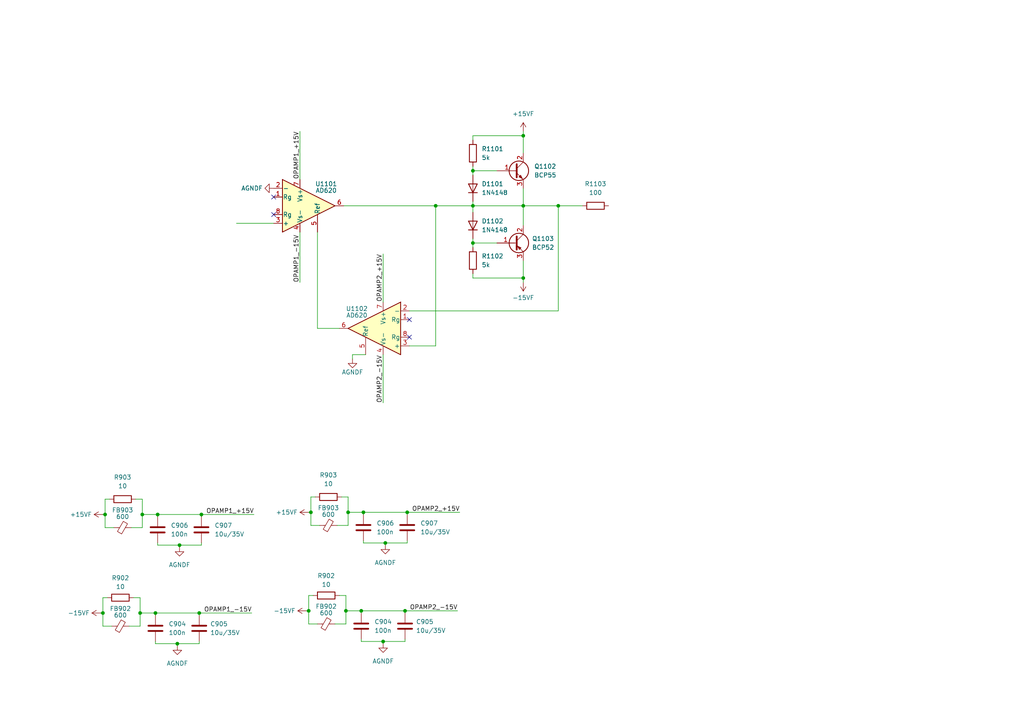
<source format=kicad_sch>
(kicad_sch (version 20230121) (generator eeschema)
  (paper "A4")
  (lib_symbols
    (symbol "Amplifier_Instrumentation:AD620" (pin_names (offset 0.127))
      (property "Reference" "U" (at 3.81 7.62 0))
      (property "Value" "AD620" (at 5.08 5.08 0))
      (symbol "AD620_0_1"
        (polyline (pts (xy -7.62 7.62) (xy -7.62 -7.62) (xy 7.62 0) (xy -7.62 7.62)) (stroke (width 0.254)) (fill (type background)))
      )
      (symbol "AD620_1_1"
        (pin passive line (at -10.16 2.54 0) (length 2.54) (name "Rg") (number "1"))
        (pin input line (at -10.16 5.08 0) (length 2.54) (name "-") (number "2"))
        (pin input line (at -10.16 -5.08 0) (length 2.54) (name "+") (number "3"))
        (pin power_in line (at -2.54 -7.62 90) (length 2.54) (name "Vs-") (number "4"))
        (pin passive line (at 2.54 -7.62 90) (length 5.08) (name "Ref") (number "5"))
        (pin output line (at 10.16 0 180) (length 2.54) (name "~") (number "6"))
        (pin power_in line (at -2.54 7.62 270) (length 2.54) (name "Vs+") (number "7"))
        (pin passive line (at -10.16 -2.54 0) (length 2.54) (name "Rg") (number "8"))
      )
    )
    (symbol "Device:C" (pin_numbers hide) (pin_names (offset 0.254))
      (property "Reference" "C" (at 0.635 2.54 0))
      (property "Value" "C" (at 0.635 -2.54 0))
      (symbol "C_0_1"
        (polyline (pts (xy -2.032 -0.762) (xy 2.032 -0.762)) (stroke (width 0.508)))
        (polyline (pts (xy -2.032 0.762) (xy 2.032 0.762)) (stroke (width 0.508)))
      )
      (symbol "C_1_1"
        (pin passive line (at 0 3.81 270) (length 2.794) (name "~") (number "1"))
        (pin passive line (at 0 -3.81 90) (length 2.794) (name "~") (number "2"))
      )
    )
    (symbol "Device:FerriteBead_Small" (pin_numbers hide) (pin_names (offset 0))
      (property "Reference" "FB" (at 1.905 1.27 0))
      (property "Value" "FerriteBead_Small" (at 1.905 -1.27 0))
      (symbol "FerriteBead_Small_0_1"
        (polyline (pts (xy 0 -1.27) (xy 0 -0.7874)))
        (polyline (pts (xy 0 0.889) (xy 0 1.2954)))
        (polyline (pts (xy -1.8288 0.2794) (xy -1.1176 1.4986) (xy 1.8288 -0.2032) (xy 1.1176 -1.4224) (xy -1.8288 0.2794)))
      )
      (symbol "FerriteBead_Small_1_1"
        (pin passive line (at 0 2.54 270) (length 1.27) (name "~") (number "1"))
        (pin passive line (at 0 -2.54 90) (length 1.27) (name "~") (number "2"))
      )
    )
    (symbol "Device:R" (pin_numbers hide) (pin_names (offset 0))
      (property "Reference" "R" (at 2.032 0 90))
      (property "Value" "R" (at 0 0 90))
      (symbol "R_0_1"
        (rectangle (start -1.016 -2.54) (end 1.016 2.54) (stroke (width 0.254)))
      )
      (symbol "R_1_1"
        (pin passive line (at 0 3.81 270) (length 1.27) (name "~") (number "1"))
        (pin passive line (at 0 -3.81 90) (length 1.27) (name "~") (number "2"))
      )
    )
    (symbol "Diode:1N4148" (pin_numbers hide) (pin_names hide)
      (property "Reference" "D" (at 0 2.54 0))
      (property "Value" "1N4148" (at 0 -2.54 0))
      (symbol "1N4148_0_1"
        (polyline (pts (xy -1.27 1.27) (xy -1.27 -1.27)) (stroke (width 0.254)))
        (polyline (pts (xy 1.27 0) (xy -1.27 0)))
        (polyline (pts (xy 1.27 1.27) (xy 1.27 -1.27) (xy -1.27 0) (xy 1.27 1.27)) (stroke (width 0.254)))
      )
      (symbol "1N4148_1_1"
        (pin passive line (at -3.81 0 0) (length 2.54) (name "K") (number "1"))
        (pin passive line (at 3.81 0 180) (length 2.54) (name "A") (number "2"))
      )
    )
    (symbol "ETH1CREF1A:+15VF" (power) (pin_names (offset 0))
      (property "Value" "+15VF" (at 0 3.556 0))
      (symbol "+15VF_0_1"
        (polyline (pts (xy -0.762 1.27) (xy 0 2.54)))
        (polyline (pts (xy 0 0) (xy 0 2.54)))
        (polyline (pts (xy 0 2.54) (xy 0.762 1.27)))
      )
      (symbol "+15VF_1_1"
        (pin power_in line (at 0 0 90) (length 0) hide (name "+15VF") (number "1"))
      )
    )
    (symbol "ETH1CREF1A:-15VF" (power) (pin_names (offset 0))
      (property "Value" "-15VF" (at 0 3.556 0))
      (symbol "-15VF_0_1"
        (polyline (pts (xy -0.762 1.27) (xy 0 2.54)))
        (polyline (pts (xy 0 0) (xy 0 2.54)))
        (polyline (pts (xy 0 2.54) (xy 0.762 1.27)))
      )
      (symbol "-15VF_1_1"
        (pin power_in line (at 0 0 90) (length 0) hide (name "-15VF") (number "1"))
      )
    )
    (symbol "ETH1CREF1A:AGNDF" (power) (pin_names (offset 0))
      (property "Value" "AGNDF" (at 0 -3.81 0))
      (symbol "AGNDF_0_1"
        (polyline (pts (xy 0 0) (xy 0 -1.27) (xy 1.27 -1.27) (xy 0 -2.54) (xy -1.27 -1.27) (xy 0 -1.27)))
      )
      (symbol "AGNDF_1_1"
        (pin power_in line (at 0 0 270) (length 0) hide (name "AGNDF") (number "1"))
      )
    )
    (symbol "Transistor_BJT:BCP51" (pin_names (offset 0) hide)
      (property "Reference" "Q" (at 5.08 1.905 0))
      (property "Value" "BCP51" (at 5.08 0 0))
      (symbol "BCP51_0_1"
        (polyline (pts (xy 0 0) (xy 0.635 0)))
        (polyline (pts (xy 2.54 -2.54) (xy 0.635 -0.635)))
        (polyline (pts (xy 2.54 2.54) (xy 0.635 0.635)))
        (polyline (pts (xy 0.635 1.905) (xy 0.635 -1.905) (xy 0.635 -1.905)) (stroke (width 0.508)) (fill (type outline)))
        (polyline (pts (xy 1.397 -1.905) (xy 1.905 -1.397) (xy 0.889 -0.889) (xy 1.397 -1.905) (xy 1.397 -1.905)) (fill (type outline)))
        (circle (center 1.27 0) (radius 2.8194) (stroke (width 0.254)))
      )
      (symbol "BCP51_1_1"
        (pin input line (at -5.08 0 0) (length 5.08) (name "B") (number "1"))
        (pin passive line (at 2.54 5.08 270) (length 2.54) (name "C") (number "2"))
        (pin passive line (at 2.54 -5.08 90) (length 2.54) (name "E") (number "3"))
      )
    )
    (symbol "Transistor_BJT:BCP56" (pin_names (offset 0) hide)
      (property "Reference" "Q" (at 5.08 1.905 0))
      (property "Value" "BCP56" (at 5.08 0 0))
      (symbol "BCP56_0_1"
        (polyline (pts (xy 0.635 0.635) (xy 2.54 2.54)))
        (polyline (pts (xy 0.635 -0.635) (xy 2.54 -2.54) (xy 2.54 -2.54)))
        (polyline (pts (xy 0.635 1.905) (xy 0.635 -1.905) (xy 0.635 -1.905)) (stroke (width 0.508)))
        (polyline (pts (xy 1.27 -1.778) (xy 1.778 -1.27) (xy 2.286 -2.286) (xy 1.27 -1.778) (xy 1.27 -1.778)) (fill (type outline)))
        (circle (center 1.27 0) (radius 2.8194) (stroke (width 0.254)))
      )
      (symbol "BCP56_1_1"
        (pin input line (at -5.08 0 0) (length 5.715) (name "B") (number "1"))
        (pin passive line (at 2.54 5.08 270) (length 2.54) (name "C") (number "2"))
        (pin passive line (at 2.54 -5.08 90) (length 2.54) (name "E") (number "3"))
        (pin passive line (at 2.54 5.08 270) (length 2.54) hide (name "C") (number "4"))
      )
    )
  )
  (junction (at 126.365 59.69))
  (junction (at 118.11 148.59))
  (junction (at 105.41 148.59))
  (junction (at 41.275 149.225))
  (junction (at 57.785 177.8))
  (junction (at 45.085 177.8))
  (junction (at 90.17 148.59))
  (junction (at 89.535 177.165))
  (junction (at 29.845 177.8))
  (junction (at 137.16 59.69))
  (junction (at 45.72 149.225))
  (junction (at 111.76 157.48))
  (junction (at 137.16 49.53))
  (junction (at 151.765 39.37))
  (junction (at 161.925 59.69))
  (junction (at 151.765 59.69))
  (junction (at 58.42 149.225))
  (junction (at 100.33 177.165))
  (junction (at 51.435 186.69))
  (junction (at 30.48 149.225))
  (junction (at 52.07 158.115))
  (junction (at 104.775 177.165))
  (junction (at 111.125 186.055))
  (junction (at 40.64 177.8))
  (junction (at 137.16 70.485))
  (junction (at 117.475 177.165))
  (junction (at 151.765 80.645))
  (junction (at 100.965 148.59))
  (no_connect (at 79.375 62.23))
  (no_connect (at 79.375 57.15))
  (no_connect (at 118.745 92.71))
  (no_connect (at 118.745 97.79))
  (wire (pts (xy 41.275 149.225) (xy 45.72 149.225)))
  (wire (pts (xy 90.17 148.59) (xy 90.17 152.4)))
  (wire (pts (xy 111.125 73.66) (xy 111.125 87.63)))
  (wire (pts (xy 68.58 64.77) (xy 79.375 64.77)))
  (wire (pts (xy 111.125 186.055) (xy 117.475 186.055)))
  (wire (pts (xy 29.845 181.61) (xy 32.385 181.61)))
  (wire (pts (xy 45.72 158.115) (xy 52.07 158.115)))
  (wire (pts (xy 151.765 38.1) (xy 151.765 39.37)))
  (wire (pts (xy 29.21 177.8) (xy 29.845 177.8)))
  (wire (pts (xy 151.765 59.69) (xy 161.925 59.69)))
  (wire (pts (xy 117.475 177.165) (xy 117.475 177.8)))
  (wire (pts (xy 151.765 59.69) (xy 151.765 54.61)))
  (wire (pts (xy 40.64 177.8) (xy 40.64 173.355)))
  (wire (pts (xy 91.44 144.145) (xy 90.17 144.145)))
  (wire (pts (xy 102.235 104.14) (xy 102.235 102.87)))
  (wire (pts (xy 45.72 149.225) (xy 45.72 149.86)))
  (wire (pts (xy 137.16 49.53) (xy 137.16 50.8)))
  (wire (pts (xy 105.41 148.59) (xy 105.41 149.225)))
  (wire (pts (xy 40.64 173.355) (xy 38.735 173.355)))
  (wire (pts (xy 57.785 177.8) (xy 57.785 178.435)))
  (wire (pts (xy 104.775 186.055) (xy 111.125 186.055)))
  (wire (pts (xy 105.41 148.59) (xy 118.11 148.59)))
  (wire (pts (xy 126.365 59.69) (xy 137.16 59.69)))
  (wire (pts (xy 41.275 153.035) (xy 41.275 149.225)))
  (wire (pts (xy 41.275 144.78) (xy 39.37 144.78)))
  (wire (pts (xy 89.535 172.72) (xy 89.535 177.165)))
  (wire (pts (xy 90.17 144.145) (xy 90.17 148.59)))
  (wire (pts (xy 118.745 100.33) (xy 126.365 100.33)))
  (wire (pts (xy 41.275 149.225) (xy 41.275 144.78)))
  (wire (pts (xy 137.16 39.37) (xy 151.765 39.37)))
  (wire (pts (xy 30.48 144.78) (xy 30.48 149.225)))
  (wire (pts (xy 100.33 180.975) (xy 100.33 177.165)))
  (wire (pts (xy 45.085 177.8) (xy 45.085 178.435)))
  (wire (pts (xy 118.11 157.48) (xy 118.11 156.845)))
  (wire (pts (xy 137.16 59.69) (xy 151.765 59.69)))
  (wire (pts (xy 137.16 58.42) (xy 137.16 59.69)))
  (wire (pts (xy 37.465 181.61) (xy 40.64 181.61)))
  (wire (pts (xy 58.42 149.225) (xy 73.66 149.225)))
  (wire (pts (xy 100.965 144.145) (xy 99.06 144.145)))
  (wire (pts (xy 57.785 177.8) (xy 73.025 177.8)))
  (wire (pts (xy 89.535 177.165) (xy 89.535 180.975)))
  (wire (pts (xy 137.16 48.26) (xy 137.16 49.53)))
  (wire (pts (xy 151.765 59.69) (xy 151.765 65.405)))
  (wire (pts (xy 137.16 70.485) (xy 144.145 70.485)))
  (wire (pts (xy 100.33 177.165) (xy 104.775 177.165)))
  (wire (pts (xy 92.075 67.31) (xy 92.075 95.25)))
  (wire (pts (xy 40.64 181.61) (xy 40.64 177.8)))
  (wire (pts (xy 45.085 177.8) (xy 57.785 177.8)))
  (wire (pts (xy 137.16 79.375) (xy 137.16 80.645)))
  (wire (pts (xy 38.1 153.035) (xy 41.275 153.035)))
  (wire (pts (xy 137.16 49.53) (xy 144.145 49.53)))
  (wire (pts (xy 137.16 59.69) (xy 137.16 61.595)))
  (wire (pts (xy 117.475 177.165) (xy 132.715 177.165)))
  (wire (pts (xy 29.845 173.355) (xy 29.845 177.8)))
  (wire (pts (xy 126.365 59.69) (xy 126.365 100.33)))
  (wire (pts (xy 151.765 80.645) (xy 151.765 81.915)))
  (wire (pts (xy 98.425 95.25) (xy 92.075 95.25)))
  (wire (pts (xy 29.845 149.225) (xy 30.48 149.225)))
  (wire (pts (xy 126.365 59.69) (xy 99.695 59.69)))
  (wire (pts (xy 29.845 177.8) (xy 29.845 181.61)))
  (wire (pts (xy 137.16 69.215) (xy 137.16 70.485)))
  (wire (pts (xy 100.33 177.165) (xy 100.33 172.72)))
  (wire (pts (xy 137.16 40.64) (xy 137.16 39.37)))
  (wire (pts (xy 40.64 177.8) (xy 45.085 177.8)))
  (wire (pts (xy 100.965 148.59) (xy 105.41 148.59)))
  (wire (pts (xy 90.17 152.4) (xy 92.71 152.4)))
  (wire (pts (xy 111.76 157.48) (xy 111.76 158.115)))
  (wire (pts (xy 57.785 186.69) (xy 57.785 186.055)))
  (wire (pts (xy 100.33 172.72) (xy 98.425 172.72)))
  (wire (pts (xy 52.07 158.115) (xy 58.42 158.115)))
  (wire (pts (xy 102.235 102.87) (xy 106.045 102.87)))
  (wire (pts (xy 151.765 75.565) (xy 151.765 80.645)))
  (wire (pts (xy 89.535 148.59) (xy 90.17 148.59)))
  (wire (pts (xy 97.79 152.4) (xy 100.965 152.4)))
  (wire (pts (xy 118.11 148.59) (xy 133.35 148.59)))
  (wire (pts (xy 117.475 186.055) (xy 117.475 185.42)))
  (wire (pts (xy 45.72 149.225) (xy 58.42 149.225)))
  (wire (pts (xy 45.085 186.69) (xy 51.435 186.69)))
  (wire (pts (xy 86.995 67.31) (xy 86.995 81.915)))
  (wire (pts (xy 100.965 148.59) (xy 100.965 144.145)))
  (wire (pts (xy 161.925 90.17) (xy 161.925 59.69)))
  (wire (pts (xy 45.72 157.48) (xy 45.72 158.115)))
  (wire (pts (xy 51.435 186.69) (xy 51.435 187.325)))
  (wire (pts (xy 86.995 38.1) (xy 86.995 52.07)))
  (wire (pts (xy 111.125 186.055) (xy 111.125 186.69)))
  (wire (pts (xy 151.765 39.37) (xy 151.765 44.45)))
  (wire (pts (xy 90.805 172.72) (xy 89.535 172.72)))
  (wire (pts (xy 97.155 180.975) (xy 100.33 180.975)))
  (wire (pts (xy 88.9 177.165) (xy 89.535 177.165)))
  (wire (pts (xy 31.115 173.355) (xy 29.845 173.355)))
  (wire (pts (xy 100.965 152.4) (xy 100.965 148.59)))
  (wire (pts (xy 51.435 186.69) (xy 57.785 186.69)))
  (wire (pts (xy 31.75 144.78) (xy 30.48 144.78)))
  (wire (pts (xy 104.775 177.165) (xy 104.775 177.8)))
  (wire (pts (xy 30.48 149.225) (xy 30.48 153.035)))
  (wire (pts (xy 105.41 156.845) (xy 105.41 157.48)))
  (wire (pts (xy 111.125 102.87) (xy 111.125 116.84)))
  (wire (pts (xy 118.745 90.17) (xy 161.925 90.17)))
  (wire (pts (xy 58.42 149.225) (xy 58.42 149.86)))
  (wire (pts (xy 30.48 153.035) (xy 33.02 153.035)))
  (wire (pts (xy 104.775 185.42) (xy 104.775 186.055)))
  (wire (pts (xy 58.42 158.115) (xy 58.42 157.48)))
  (wire (pts (xy 161.925 59.69) (xy 168.91 59.69)))
  (wire (pts (xy 45.085 186.055) (xy 45.085 186.69)))
  (wire (pts (xy 105.41 157.48) (xy 111.76 157.48)))
  (wire (pts (xy 137.16 80.645) (xy 151.765 80.645)))
  (wire (pts (xy 89.535 180.975) (xy 92.075 180.975)))
  (wire (pts (xy 118.11 148.59) (xy 118.11 149.225)))
  (wire (pts (xy 111.76 157.48) (xy 118.11 157.48)))
  (wire (pts (xy 52.07 158.115) (xy 52.07 158.75)))
  (wire (pts (xy 137.16 70.485) (xy 137.16 71.755)))
  (wire (pts (xy 104.775 177.165) (xy 117.475 177.165)))
  (label "OPAMP1_-15V" (at 86.995 81.915 90))
  (label "OPAMP2_-15V" (at 111.125 116.84 90))
  (label "OPAMP2_-15V" (at 132.715 177.165 180))
  (label "OPAMP2_+15V" (at 133.35 148.59 180))
  (label "OPAMP1_+15V" (at 73.66 149.225 180))
  (label "OPAMP2_+15V" (at 111.125 73.66 270))
  (label "OPAMP1_-15V" (at 73.025 177.8 180))
  (label "OPAMP1_+15V" (at 86.995 38.1 270))
  (symbol (lib_id "Diode:1N4148") (at 137.16 65.405 90) (unit 1)
    (property "Reference" "D1102" (at 139.7 64.135 90) (effects (justify right)))
    (property "Value" "1N4148" (at 139.7 66.675 90) (effects (justify right)))
    (property "Footprint" "Diode_THT:D_DO-35_SOD27_P7.62mm_Horizontal" (effects hide))
    (property "Datasheet" "https://assets.nexperia.com/documents/data-sheet/1N4148_1N4448.pdf" (effects hide))
    (property "Sim.Device" "D" (effects hide))
    (property "Sim.Pins" "1=K 2=A" (effects hide))
  )
  (symbol (lib_id "ETH1CREF1A:AGNDF") (at 111.76 158.115 0) (unit 1)
    (property "Reference" "#PWR0912" (effects hide))
    (property "Value" "AGNDF" (at 111.76 163.195 0))
    (instances (project "ETH1CREF1A" (path "" (reference "#PWR0912") (unit 1)) (path "" (reference "#PWR01112") (unit 1))))
  )
  (symbol (lib_id "Device:C") (at 45.72 153.67 0) (unit 1)
    (property "Reference" "C906" (at 49.53 152.4 0) (effects (justify left)))
    (property "Value" "100n" (at 49.53 154.94 0) (effects (justify left)))
    (instances (project "ETH1CREF1A" (path "" (reference "C906") (unit 1)) (path "" (reference "C1102") (unit 1))))
  )
  (symbol (lib_id "Transistor_BJT:BCP56") (at 149.225 49.53 0) (unit 1)
    (property "Reference" "Q1102" (at 154.94 48.26 0) (effects (justify left)))
    (property "Value" "BCP55" (at 154.94 50.8 0) (effects (justify left)))
    (property "Footprint" "Package_TO_SOT_SMD:SOT-223-3_TabPin2" (effects hide))
    (property "Datasheet" "http://cache.nxp.com/documents/data_sheet/BCP56_BCX56_BC56PA.pdf?pspll=1" (effects hide))
  )
  (symbol (lib_id "ETH1CREF1A:AGNDF") (at 52.07 158.75 0) (unit 1)
    (property "Reference" "#PWR0912" (effects hide))
    (property "Value" "AGNDF" (at 52.07 163.83 0))
    (instances (project "ETH1CREF1A" (path "" (reference "#PWR0912") (unit 1)) (path "" (reference "#PWR01108") (unit 1))))
  )
  (symbol (lib_id "Device:C") (at 45.085 182.245 0) (unit 1)
    (property "Reference" "C904" (at 48.895 180.975 0) (effects (justify left)))
    (property "Value" "100n" (at 48.895 183.515 0) (effects (justify left)))
    (instances (project "ETH1CREF1A" (path "" (reference "C904") (unit 1)) (path "" (reference "C1101") (unit 1))))
  )
  (symbol (lib_id "Device:R") (at 172.72 59.69 90) (unit 1)
    (property "Reference" "R1103" (at 172.72 53.34 90))
    (property "Value" "100" (at 172.72 55.88 90))
  )
  (symbol (lib_id "Device:FerriteBead_Small") (at 95.25 152.4 90) (unit 1)
    (property "Reference" "FB903" (at 95.25 147.32 90))
    (property "Value" "600" (at 95.25 149.225 90))
    (instances (project "ETH1CREF1A" (path "" (reference "FB903") (unit 1)) (path "" (reference "FB1104") (unit 1))))
  )
  (symbol (lib_id "Device:FerriteBead_Small") (at 34.925 181.61 90) (unit 1)
    (property "Reference" "FB902" (at 34.925 176.53 90))
    (property "Value" "600" (at 34.925 178.435 90))
    (instances (project "ETH1CREF1A" (path "" (reference "FB902") (unit 1)) (path "" (reference "FB1101") (unit 1))))
  )
  (symbol (lib_id "Device:R") (at 137.16 44.45 0) (unit 1)
    (property "Reference" "R1101" (at 139.7 43.18 0) (effects (justify left)))
    (property "Value" "5k" (at 139.7 45.72 0) (effects (justify left)))
  )
  (symbol (lib_id "ETH1CREF1A:+15VF") (at 89.535 148.59 90) (unit 1)
    (property "Reference" "#PWR0911" (effects hide))
    (property "Value" "+15VF" (at 86.36 148.59 90) (effects (justify left)))
    (instances (project "ETH1CREF1A" (path "" (reference "#PWR0911") (unit 1)) (path "" (reference "#PWR01110") (unit 1))))
  )
  (symbol (lib_id "Device:FerriteBead_Small") (at 35.56 153.035 90) (unit 1)
    (property "Reference" "FB903" (at 35.56 147.955 90))
    (property "Value" "600" (at 35.56 149.86 90))
    (instances (project "ETH1CREF1A" (path "" (reference "FB903") (unit 1)) (path "" (reference "FB1102") (unit 1))))
  )
  (symbol (lib_id "ETH1CREF1A:+15VF") (at 29.845 149.225 90) (unit 1)
    (property "Reference" "#PWR0911" (effects hide))
    (property "Value" "+15VF" (at 26.67 149.225 90) (effects (justify left)))
    (instances (project "ETH1CREF1A" (path "" (reference "#PWR0911") (unit 1)) (path "" (reference "#PWR01106") (unit 1))))
  )
  (symbol (lib_id "ETH1CREF1A:+15VF") (at 151.765 38.1 0) (unit 1)
    (property "Reference" "#PWR01104" (effects hide))
    (property "Value" "+15VF" (at 151.765 33.02 0))
  )
  (symbol (lib_id "Transistor_BJT:BCP51") (at 149.225 70.485 0) (unit 1)
    (property "Reference" "Q1103" (at 154.305 69.215 0) (effects (justify left)))
    (property "Value" "BCP52" (at 154.305 71.755 0) (effects (justify left)))
    (property "Footprint" "Package_TO_SOT_SMD:SOT-223-3_TabPin2" (effects hide))
    (property "Datasheet" "https://www.onsemi.com/pub/Collateral/BCP51-D.pdf" (effects hide))
  )
  (symbol (lib_id "Device:FerriteBead_Small") (at 94.615 180.975 90) (unit 1)
    (property "Reference" "FB902" (at 94.615 175.895 90))
    (property "Value" "600" (at 94.615 177.8 90))
    (instances (project "ETH1CREF1A" (path "" (reference "FB902") (unit 1)) (path "" (reference "FB1103") (unit 1))))
  )
  (symbol (lib_id "ETH1CREF1A:AGNDF") (at 51.435 187.325 0) (unit 1)
    (property "Reference" "#PWR0909" (effects hide))
    (property "Value" "AGNDF" (at 51.435 192.405 0))
    (instances (project "ETH1CREF1A" (path "" (reference "#PWR0909") (unit 1)) (path "" (reference "#PWR01107") (unit 1))))
  )
  (symbol (lib_id "Device:C") (at 58.42 153.67 0) (unit 1)
    (property "Reference" "C907" (at 62.23 152.4 0) (effects (justify left)))
    (property "Value" "10u/35V" (at 62.23 154.94 0) (effects (justify left)))
    (instances (project "ETH1CREF1A" (path "" (reference "C907") (unit 1)) (path "" (reference "C1104") (unit 1))))
  )
  (symbol (lib_id "Device:R") (at 95.25 144.145 90) (unit 1)
    (property "Reference" "R903" (at 95.25 137.795 90))
    (property "Value" "10" (at 95.25 140.335 90))
    (instances (project "ETH1CREF1A" (path "" (reference "R903") (unit 1)) (path "" (reference "R1107") (unit 1))))
  )
  (symbol (lib_id "Device:R") (at 34.925 173.355 90) (unit 1)
    (property "Reference" "R902" (at 34.925 167.64 90))
    (property "Value" "10" (at 34.925 170.18 90))
    (instances (project "ETH1CREF1A" (path "" (reference "R902") (unit 1)) (path "" (reference "R1104") (unit 1))))
  )
  (symbol (lib_id "Device:R") (at 137.16 75.565 0) (unit 1)
    (property "Reference" "R1102" (at 139.7 74.295 0) (effects (justify left)))
    (property "Value" "5k" (at 139.7 76.835 0) (effects (justify left)))
  )
  (symbol (lib_id "ETH1CREF1A:AGNDF") (at 79.375 54.61 270) (unit 1)
    (property "Reference" "#PWR01101" (effects hide))
    (property "Value" "AGNDF" (at 76.2 54.61 90) (effects (justify right)))
  )
  (symbol (lib_id "Diode:1N4148") (at 137.16 54.61 90) (unit 1)
    (property "Reference" "D1101" (at 139.7 53.34 90) (effects (justify right)))
    (property "Value" "1N4148" (at 139.7 55.88 90) (effects (justify right)))
    (property "Footprint" "Diode_THT:D_DO-35_SOD27_P7.62mm_Horizontal" (effects hide))
    (property "Datasheet" "https://assets.nexperia.com/documents/data-sheet/1N4148_1N4448.pdf" (effects hide))
    (property "Sim.Device" "D" (effects hide))
    (property "Sim.Pins" "1=K 2=A" (effects hide))
  )
  (symbol (lib_id "Device:C") (at 118.11 153.035 0) (unit 1)
    (property "Reference" "C907" (at 121.92 151.765 0) (effects (justify left)))
    (property "Value" "10u/35V" (at 121.92 154.305 0) (effects (justify left)))
    (instances (project "ETH1CREF1A" (path "" (reference "C907") (unit 1)) (path "" (reference "C1108") (unit 1))))
  )
  (symbol (lib_id "ETH1CREF1A:AGNDF") (at 111.125 186.69 0) (unit 1)
    (property "Reference" "#PWR0909" (effects hide))
    (property "Value" "AGNDF" (at 111.125 191.77 0))
    (instances (project "ETH1CREF1A" (path "" (reference "#PWR0909") (unit 1)) (path "" (reference "#PWR01111") (unit 1))))
  )
  (symbol (lib_id "Device:C") (at 104.775 181.61 0) (unit 1)
    (property "Reference" "C904" (at 108.585 180.34 0) (effects (justify left)))
    (property "Value" "100n" (at 108.585 182.88 0) (effects (justify left)))
    (instances (project "ETH1CREF1A" (path "" (reference "C904") (unit 1)) (path "" (reference "C1105") (unit 1))))
  )
  (symbol (lib_id "Amplifier_Instrumentation:AD620") (at 89.535 59.69 0) (unit 1)
    (property "Reference" "U1101" (at 94.615 53.34 0))
    (property "Value" "AD620" (at 94.615 55.245 0))
    (property "Datasheet" "https://www.analog.com/media/en/technical-documentation/data-sheets/AD620.pdf" (effects hide))
  )
  (symbol (lib_id "ETH1CREF1A:-15VF") (at 88.9 177.165 90) (unit 1)
    (property "Reference" "#PWR0910" (effects hide))
    (property "Value" "-15VF" (at 85.725 177.165 90) (effects (justify left)))
    (instances (project "ETH1CREF1A" (path "" (reference "#PWR0910") (unit 1)) (path "" (reference "#PWR01109") (unit 1))))
  )
  (symbol (lib_id "ETH1CREF1A:-15VF") (at 151.765 81.915 180) (unit 1)
    (property "Reference" "#PWR01103" (effects hide))
    (property "Value" "-15VF" (at 151.765 86.36 0))
  )
  (symbol (lib_id "Amplifier_Instrumentation:AD620") (at 108.585 95.25 0) (mirror y) (unit 1)
    (property "Reference" "U1102" (at 103.505 89.535 0))
    (property "Value" "AD620" (at 103.505 91.44 0))
    (property "Datasheet" "https://www.analog.com/media/en/technical-documentation/data-sheets/AD620.pdf" (effects hide))
  )
  (symbol (lib_id "ETH1CREF1A:-15VF") (at 29.21 177.8 90) (unit 1)
    (property "Reference" "#PWR0910" (effects hide))
    (property "Value" "-15VF" (at 26.035 177.8 90) (effects (justify left)))
    (instances (project "ETH1CREF1A" (path "" (reference "#PWR0910") (unit 1)) (path "" (reference "#PWR01105") (unit 1))))
  )
  (symbol (lib_id "ETH1CREF1A:AGNDF") (at 102.235 104.14 0) (unit 1)
    (property "Reference" "#PWR01102" (effects hide))
    (property "Value" "AGNDF" (at 102.235 107.95 0))
  )
  (symbol (lib_id "Device:C") (at 117.475 181.61 0) (unit 1)
    (property "Reference" "C905" (at 120.65 180.34 0) (effects (justify left)))
    (property "Value" "10u/35V" (at 120.65 182.88 0) (effects (justify left)))
    (instances (project "ETH1CREF1A" (path "" (reference "C905") (unit 1)) (path "" (reference "C1107") (unit 1))))
  )
  (symbol (lib_id "Device:C") (at 105.41 153.035 0) (unit 1)
    (property "Reference" "C906" (at 109.22 151.765 0) (effects (justify left)))
    (property "Value" "100n" (at 109.22 154.305 0) (effects (justify left)))
    (instances (project "ETH1CREF1A" (path "" (reference "C906") (unit 1)) (path "" (reference "C1106") (unit 1))))
  )
  (symbol (lib_id "Device:R") (at 94.615 172.72 90) (unit 1)
    (property "Reference" "R902" (at 94.615 167.005 90))
    (property "Value" "10" (at 94.615 169.545 90))
    (instances (project "ETH1CREF1A" (path "" (reference "R902") (unit 1)) (path "" (reference "R1106") (unit 1))))
  )
  (symbol (lib_id "Device:R") (at 35.56 144.78 90) (unit 1)
    (property "Reference" "R903" (at 35.56 138.43 90))
    (property "Value" "10" (at 35.56 140.97 90))
    (instances (project "ETH1CREF1A" (path "" (reference "R903") (unit 1)) (path "" (reference "R1105") (unit 1))))
  )
  (symbol (lib_id "Device:C") (at 57.785 182.245 0) (unit 1)
    (property "Reference" "C905" (at 60.96 180.975 0) (effects (justify left)))
    (property "Value" "10u/35V" (at 60.96 183.515 0) (effects (justify left)))
    (instances (project "ETH1CREF1A" (path "" (reference "C905") (unit 1)) (path "" (reference "C1103") (unit 1))))
  )
)
</source>
